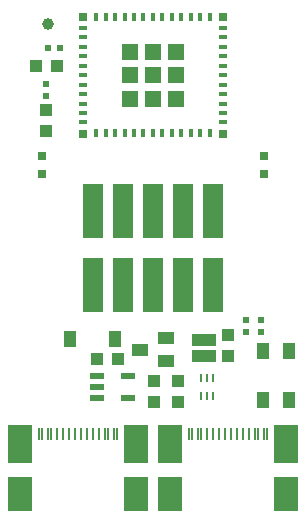
<source format=gbr>
%TF.GenerationSoftware,KiCad,Pcbnew,7.0.9-7.0.9~ubuntu22.04.1*%
%TF.CreationDate,2025-06-23T15:00:47+03:00*%
%TF.ProjectId,ESP32-C6-DevKit-Lipo_Rev_A,45535033-322d-4433-962d-4465764b6974,A*%
%TF.SameCoordinates,PX791ddc0PY791ddc0*%
%TF.FileFunction,Paste,Top*%
%TF.FilePolarity,Positive*%
%FSLAX46Y46*%
G04 Gerber Fmt 4.6, Leading zero omitted, Abs format (unit mm)*
G04 Created by KiCad (PCBNEW 7.0.9-7.0.9~ubuntu22.04.1) date 2025-06-23 15:00:47*
%MOMM*%
%LPD*%
G01*
G04 APERTURE LIST*
G04 Aperture macros list*
%AMOutline4P*
0 Free polygon, 4 corners , with rotation*
0 The origin of the aperture is its center*
0 number of corners: always 4*
0 $1 to $8 corner X, Y*
0 $9 Rotation angle, in degrees counterclockwise*
0 create outline with 4 corners*
4,1,4,$1,$2,$3,$4,$5,$6,$7,$8,$1,$2,$9*%
G04 Aperture macros list end*
%ADD10R,2.100000X3.200000*%
%ADD11R,2.100000X3.000000*%
%ADD12R,1.100000X2.200000*%
%ADD13R,1.100000X2.000000*%
%ADD14R,0.280000X1.130000*%
%ADD15R,0.230000X1.130000*%
%ADD16R,0.800000X0.800000*%
%ADD17R,1.016000X1.016000*%
%ADD18C,1.000000*%
%ADD19R,0.500000X0.550000*%
%ADD20R,0.230000X0.750000*%
%ADD21R,0.550000X0.500000*%
%ADD22Outline4P,-0.850000X-2.275000X0.850000X-2.275000X0.850000X2.275000X-0.850000X2.275000X0.000000*%
%ADD23R,0.800000X0.400000*%
%ADD24R,0.400000X0.800000*%
%ADD25R,1.450000X1.450000*%
%ADD26R,0.700000X0.700000*%
%ADD27R,1.200000X0.550000*%
%ADD28R,1.000000X1.400000*%
%ADD29R,1.400000X1.000000*%
%ADD30R,2.000000X1.100000*%
G04 APERTURE END LIST*
D10*
%TO.C,USB-C1*%
X11277600Y7475000D03*
X1422400Y7475000D03*
D11*
X11277600Y3295000D03*
X1422400Y3295000D03*
D12*
X11277600Y7475000D03*
X1422400Y7475000D03*
D13*
X11277600Y3295000D03*
X1422400Y3295000D03*
D14*
X3025000Y8377000D03*
X3825000Y8377000D03*
D15*
X5100000Y8377000D03*
X6100000Y8377000D03*
X6600000Y8377000D03*
X7600000Y8377000D03*
D14*
X8875000Y8377000D03*
X9675000Y8377000D03*
X9425000Y8377000D03*
X8625000Y8377000D03*
D15*
X8100000Y8377000D03*
X7100000Y8377000D03*
X5600000Y8377000D03*
X4600000Y8377000D03*
D14*
X4075000Y8377000D03*
X3275000Y8377000D03*
%TD*%
D16*
%TO.C,CHARGE1*%
X3302000Y31877000D03*
X3302000Y30353000D03*
%TD*%
D17*
%TO.C,C14*%
X12827000Y11049000D03*
X12827000Y12827000D03*
%TD*%
D18*
%TO.C,FID3*%
X3810000Y43053000D03*
%TD*%
D19*
%TO.C,C2*%
X4826000Y41021000D03*
X3810000Y41021000D03*
%TD*%
D17*
%TO.C,C3*%
X3683000Y35814000D03*
X3683000Y34036000D03*
%TD*%
D16*
%TO.C,USER_LED1*%
X22098000Y31877000D03*
X22098000Y30353000D03*
%TD*%
D20*
%TO.C,U2*%
X17772000Y13094000D03*
X17272000Y13094000D03*
X16772000Y13094000D03*
X17772000Y11544000D03*
X17272000Y11544000D03*
X16772000Y11544000D03*
%TD*%
D21*
%TO.C,R29*%
X21844000Y18034000D03*
X21844000Y17018000D03*
%TD*%
D22*
%TO.C,UEXT1*%
X17780000Y21005000D03*
X17780000Y27255000D03*
X15240000Y21005000D03*
X15240000Y27255000D03*
X12700000Y21005000D03*
X12700000Y27255000D03*
X10160000Y21005000D03*
X10160000Y27255000D03*
X7620000Y21005000D03*
X7620000Y27255000D03*
%TD*%
D23*
%TO.C,U1*%
X6800000Y42735000D03*
X6800000Y41935000D03*
X6800000Y41135000D03*
X6800000Y40335000D03*
X6800000Y39535000D03*
X6800000Y38735000D03*
X6800000Y37935000D03*
X6800000Y37135000D03*
X6800000Y36335000D03*
X6800000Y35535000D03*
X6800000Y34735000D03*
D24*
X7900000Y33835000D03*
X8700000Y33835000D03*
X9500000Y33835000D03*
X10300000Y33835000D03*
X11100000Y33835000D03*
X11900000Y33835000D03*
X12700000Y33835000D03*
X13500000Y33835000D03*
X14300000Y33835000D03*
X15100000Y33835000D03*
X15900000Y33835000D03*
X16700000Y33835000D03*
X17500000Y33835000D03*
D23*
X18600000Y34735000D03*
X18600000Y35535000D03*
X18600000Y36335000D03*
X18600000Y37135000D03*
X18600000Y37935000D03*
X18600000Y38735000D03*
X18600000Y39535000D03*
X18600000Y40335000D03*
X18600000Y41135000D03*
X18600000Y41935000D03*
X18600000Y42735000D03*
D24*
X17500000Y43635000D03*
X16700000Y43635000D03*
X15900000Y43635000D03*
X15100000Y43635000D03*
X14300000Y43635000D03*
X13500000Y43635000D03*
X12700000Y43635000D03*
X11900000Y43635000D03*
X11100000Y43635000D03*
X10300000Y43635000D03*
X9500000Y43635000D03*
X8700000Y43635000D03*
X7900000Y43635000D03*
D25*
X10725000Y40710000D03*
X10725000Y38735000D03*
X10725000Y36760000D03*
X12700000Y40710000D03*
X12700000Y38735000D03*
X12700000Y36760000D03*
X14675000Y40710000D03*
X14675000Y38735000D03*
X14675000Y36760000D03*
D26*
X18650000Y43685000D03*
X18650000Y33785000D03*
X6750000Y33785000D03*
X6750000Y43685000D03*
%TD*%
D21*
%TO.C,R2*%
X3683000Y37973000D03*
X3683000Y36957000D03*
%TD*%
D27*
%TO.C,U3*%
X7971000Y13269000D03*
X7971000Y12319000D03*
X7971000Y11369000D03*
X10571000Y11369000D03*
X10571000Y13269000D03*
%TD*%
D17*
%TO.C,C8*%
X19050000Y16764000D03*
X19050000Y14986000D03*
%TD*%
D28*
%TO.C,D1*%
X9520000Y16383000D03*
X5720000Y16383000D03*
%TD*%
D29*
%TO.C,FET1*%
X13807440Y14544040D03*
X13807440Y16446500D03*
X11597640Y15491460D03*
%TD*%
D30*
%TO.C,L1*%
X17018000Y14921000D03*
X17018000Y16321000D03*
%TD*%
D14*
%TO.C,USB-UART1*%
X15975000Y8377000D03*
X16775000Y8377000D03*
D15*
X17300000Y8377000D03*
X18300000Y8377000D03*
X19800000Y8377000D03*
X20800000Y8377000D03*
D14*
X21325000Y8377000D03*
X22125000Y8377000D03*
X22375000Y8377000D03*
X21575000Y8377000D03*
D15*
X20300000Y8377000D03*
X19300000Y8377000D03*
X18800000Y8377000D03*
X17800000Y8377000D03*
D14*
X16525000Y8377000D03*
X15725000Y8377000D03*
D13*
X14122400Y3295000D03*
X23977600Y3295000D03*
D12*
X14122400Y7475000D03*
X23977600Y7475000D03*
D11*
X14122400Y3295000D03*
X23977600Y3295000D03*
D10*
X14122400Y7475000D03*
X23977600Y7475000D03*
%TD*%
D17*
%TO.C,C1*%
X4572000Y39497000D03*
X2794000Y39497000D03*
%TD*%
%TO.C,C7*%
X14859000Y12827000D03*
X14859000Y11049000D03*
%TD*%
%TO.C,C10*%
X9779000Y14732000D03*
X8001000Y14732000D03*
%TD*%
D21*
%TO.C,C13*%
X20574000Y18034000D03*
X20574000Y17018000D03*
%TD*%
D28*
%TO.C,USER1*%
X22039000Y11260000D03*
X24189000Y11260000D03*
X22039000Y15410000D03*
X24189000Y15410000D03*
%TD*%
M02*

</source>
